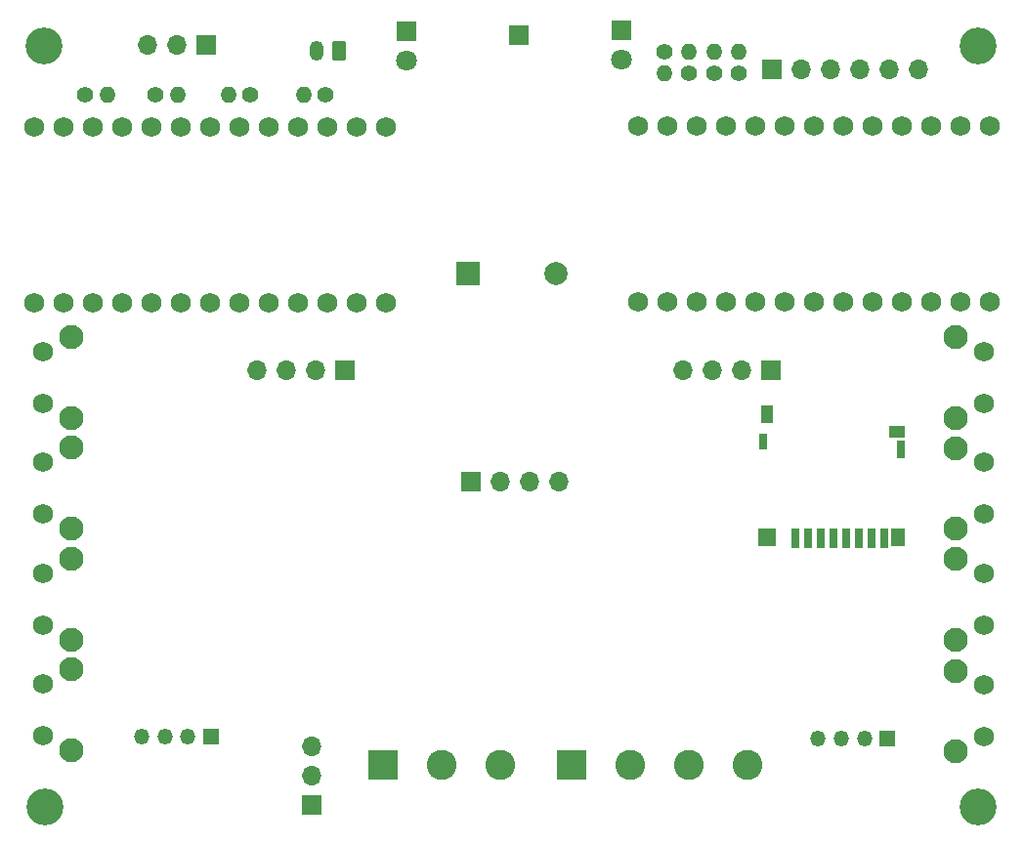
<source format=gbr>
%TF.GenerationSoftware,KiCad,Pcbnew,8.0.6-8.0.6-0~ubuntu24.04.1*%
%TF.CreationDate,2025-07-04T19:00:08-04:00*%
%TF.ProjectId,meshbot_kicad,6d657368-626f-4745-9f6b-696361642e6b,rev?*%
%TF.SameCoordinates,Original*%
%TF.FileFunction,Soldermask,Bot*%
%TF.FilePolarity,Negative*%
%FSLAX46Y46*%
G04 Gerber Fmt 4.6, Leading zero omitted, Abs format (unit mm)*
G04 Created by KiCad (PCBNEW 8.0.6-8.0.6-0~ubuntu24.04.1) date 2025-07-04 19:00:08*
%MOMM*%
%LPD*%
G01*
G04 APERTURE LIST*
G04 Aperture macros list*
%AMRoundRect*
0 Rectangle with rounded corners*
0 $1 Rounding radius*
0 $2 $3 $4 $5 $6 $7 $8 $9 X,Y pos of 4 corners*
0 Add a 4 corners polygon primitive as box body*
4,1,4,$2,$3,$4,$5,$6,$7,$8,$9,$2,$3,0*
0 Add four circle primitives for the rounded corners*
1,1,$1+$1,$2,$3*
1,1,$1+$1,$4,$5*
1,1,$1+$1,$6,$7*
1,1,$1+$1,$8,$9*
0 Add four rect primitives between the rounded corners*
20,1,$1+$1,$2,$3,$4,$5,0*
20,1,$1+$1,$4,$5,$6,$7,0*
20,1,$1+$1,$6,$7,$8,$9,0*
20,1,$1+$1,$8,$9,$2,$3,0*%
G04 Aperture macros list end*
%ADD10R,1.700000X1.700000*%
%ADD11O,1.700000X1.700000*%
%ADD12C,1.400000*%
%ADD13O,1.400000X1.400000*%
%ADD14R,1.800000X1.800000*%
%ADD15C,1.800000*%
%ADD16R,0.700000X1.750000*%
%ADD17R,1.300000X1.500000*%
%ADD18R,0.800000X1.500000*%
%ADD19R,1.450000X1.000000*%
%ADD20R,0.800000X1.400000*%
%ADD21R,1.500000X1.500000*%
%ADD22R,1.000000X1.550000*%
%ADD23RoundRect,0.250000X0.350000X0.625000X-0.350000X0.625000X-0.350000X-0.625000X0.350000X-0.625000X0*%
%ADD24O,1.200000X1.750000*%
%ADD25C,1.752600*%
%ADD26O,1.350000X1.350000*%
%ADD27R,1.350000X1.350000*%
%ADD28C,3.200000*%
%ADD29R,2.600000X2.600000*%
%ADD30C,2.600000*%
%ADD31C,1.750000*%
%ADD32C,2.100000*%
%ADD33R,2.000000X2.000000*%
%ADD34C,2.000000*%
G04 APERTURE END LIST*
D10*
%TO.C,J12*%
X167480000Y-44500000D03*
D11*
X170020000Y-44500000D03*
X172560000Y-44500000D03*
X175100000Y-44500000D03*
X177640000Y-44500000D03*
X180180000Y-44500000D03*
%TD*%
D12*
%TO.C,R8*%
X164600000Y-44900000D03*
D13*
X164600000Y-43000000D03*
%TD*%
D14*
%TO.C,D1*%
X154500000Y-41125000D03*
D15*
X154500000Y-43665000D03*
%TD*%
D16*
%TO.C,J10*%
X177200000Y-85200000D03*
D17*
X178400000Y-85075000D03*
D18*
X178650000Y-77475000D03*
D19*
X178325000Y-75975000D03*
D20*
X166700000Y-76825000D03*
D16*
X176100000Y-85200000D03*
X175000000Y-85200000D03*
X173900000Y-85200000D03*
X172800000Y-85200000D03*
X171700000Y-85200000D03*
X170600000Y-85200000D03*
X169500000Y-85200000D03*
D21*
X167050000Y-85075000D03*
D22*
X167100000Y-74400000D03*
%TD*%
D23*
%TO.C,J1*%
X130000000Y-42900000D03*
D24*
X128000000Y-42900000D03*
%TD*%
D25*
%TO.C,U2*%
X106140000Y-64780000D03*
X108680000Y-64780000D03*
X111220000Y-64780000D03*
X113760000Y-64780000D03*
X116300000Y-64780000D03*
X118840000Y-64780000D03*
X121380000Y-64780000D03*
X123920000Y-64780000D03*
X126460000Y-64780000D03*
X129000000Y-64780000D03*
X131540000Y-64780000D03*
X134080000Y-64780000D03*
X134080000Y-49540000D03*
X131540000Y-49540000D03*
X129000000Y-49540000D03*
X126460000Y-49540000D03*
X123920000Y-49540000D03*
X121380000Y-49540000D03*
X118840000Y-49540000D03*
X116300000Y-49540000D03*
X113760000Y-49540000D03*
X111220000Y-49540000D03*
X108680000Y-49540000D03*
X106140000Y-49540000D03*
X103600000Y-49540000D03*
X103600000Y-64780000D03*
%TD*%
D11*
%TO.C,J5*%
X159800000Y-70600000D03*
X162340000Y-70600000D03*
X164880000Y-70600000D03*
D10*
X167420000Y-70600000D03*
%TD*%
D26*
%TO.C,U5*%
X171500000Y-102500000D03*
X173500000Y-102500000D03*
X175500000Y-102500000D03*
D27*
X177500000Y-102500000D03*
%TD*%
D28*
%TO.C,H4*%
X104500000Y-108500000D03*
%TD*%
D29*
%TO.C,J6*%
X150100000Y-104800000D03*
D30*
X155180000Y-104800000D03*
X160260000Y-104800000D03*
X165340000Y-104800000D03*
%TD*%
D31*
%TO.C,SW1*%
X104300000Y-69000000D03*
X104300000Y-73500000D03*
D32*
X106790000Y-67740000D03*
X106790000Y-74750000D03*
%TD*%
D12*
%TO.C,R1*%
X114095000Y-46700000D03*
D13*
X115995000Y-46700000D03*
%TD*%
D10*
%TO.C,J11*%
X127600000Y-108280000D03*
D11*
X127600000Y-105740000D03*
X127600000Y-103200000D03*
%TD*%
D31*
%TO.C,SW2*%
X104300000Y-78600000D03*
X104300000Y-83100000D03*
D32*
X106790000Y-77340000D03*
X106790000Y-84350000D03*
%TD*%
D33*
%TO.C,J9*%
X141200000Y-62200000D03*
D34*
X148800000Y-62200000D03*
%TD*%
D31*
%TO.C,SW7*%
X104300000Y-88200000D03*
X104300000Y-92700000D03*
D32*
X106790000Y-86940000D03*
X106790000Y-93950000D03*
%TD*%
D28*
%TO.C,H1*%
X104400000Y-42500000D03*
%TD*%
D12*
%TO.C,R6*%
X160300000Y-44900000D03*
D13*
X160300000Y-43000000D03*
%TD*%
D31*
%TO.C,SW8*%
X104300000Y-97800000D03*
X104300000Y-102300000D03*
D32*
X106790000Y-96540000D03*
X106790000Y-103550000D03*
%TD*%
D31*
%TO.C,SW6*%
X185900000Y-102400000D03*
X185900000Y-97900000D03*
D32*
X183410000Y-103660000D03*
X183410000Y-96650000D03*
%TD*%
D12*
%TO.C,R7*%
X158200000Y-43000000D03*
D13*
X158200000Y-44900000D03*
%TD*%
D14*
%TO.C,D2*%
X135800000Y-41260000D03*
D15*
X135800000Y-43800000D03*
%TD*%
D31*
%TO.C,SW5*%
X185900000Y-92700000D03*
X185900000Y-88200000D03*
D32*
X183410000Y-93960000D03*
X183410000Y-86950000D03*
%TD*%
D12*
%TO.C,R5*%
X162500000Y-44900000D03*
D13*
X162500000Y-43000000D03*
%TD*%
D31*
%TO.C,SW3*%
X185900000Y-73500000D03*
X185900000Y-69000000D03*
D32*
X183410000Y-74760000D03*
X183410000Y-67750000D03*
%TD*%
D11*
%TO.C,J3*%
X122900000Y-70600000D03*
X125440000Y-70600000D03*
X127980000Y-70600000D03*
D10*
X130520000Y-70600000D03*
%TD*%
D12*
%TO.C,R3*%
X128800000Y-46700000D03*
D13*
X126900000Y-46700000D03*
%TD*%
D12*
%TO.C,R2*%
X107995000Y-46700000D03*
D13*
X109895000Y-46700000D03*
%TD*%
D26*
%TO.C,U4*%
X112900000Y-102400000D03*
X114900000Y-102400000D03*
X116900000Y-102400000D03*
D27*
X118900000Y-102400000D03*
%TD*%
D31*
%TO.C,SW4*%
X185900000Y-83100000D03*
X185900000Y-78600000D03*
D32*
X183410000Y-84360000D03*
X183410000Y-77350000D03*
%TD*%
D28*
%TO.C,H3*%
X185400000Y-108500000D03*
%TD*%
D10*
%TO.C,J8*%
X118500000Y-42400000D03*
D11*
X115960000Y-42400000D03*
X113420000Y-42400000D03*
%TD*%
D29*
%TO.C,J7*%
X133800000Y-104800000D03*
D30*
X138880000Y-104800000D03*
X143960000Y-104800000D03*
%TD*%
D10*
%TO.C,J4*%
X145600000Y-41600000D03*
%TD*%
D12*
%TO.C,R4*%
X122300000Y-46700000D03*
D13*
X120400000Y-46700000D03*
%TD*%
D28*
%TO.C,H2*%
X185400000Y-42500000D03*
%TD*%
D25*
%TO.C,U3*%
X186380000Y-49460000D03*
X186380000Y-64700000D03*
X183840000Y-64700000D03*
X181300000Y-64700000D03*
X178760000Y-64700000D03*
X176220000Y-64700000D03*
X173680000Y-64700000D03*
X171140000Y-64700000D03*
X168600000Y-64700000D03*
X166060000Y-64700000D03*
X163520000Y-64700000D03*
X160980000Y-64700000D03*
X158440000Y-64700000D03*
X155900000Y-64700000D03*
X155900000Y-49460000D03*
X158440000Y-49460000D03*
X160980000Y-49460000D03*
X163520000Y-49460000D03*
X166060000Y-49460000D03*
X168600000Y-49460000D03*
X171140000Y-49460000D03*
X173680000Y-49460000D03*
X176220000Y-49460000D03*
X178760000Y-49460000D03*
X181300000Y-49460000D03*
X183840000Y-49460000D03*
%TD*%
D10*
%TO.C,J2*%
X141380000Y-80300000D03*
D11*
X143920000Y-80300000D03*
X146460000Y-80300000D03*
X149000000Y-80300000D03*
%TD*%
M02*

</source>
